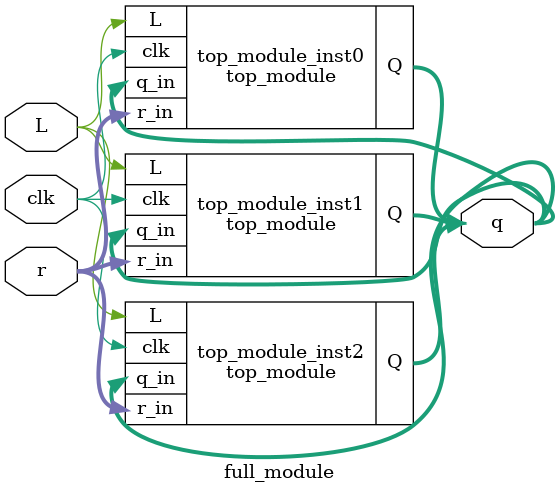
<source format=sv>
module top_module(
    input clk,
    input L,
    input [2:0] q_in,
    input [2:0] r_in,
    output reg [2:0] Q
);

    always @(posedge clk) begin
        if (L) begin
            Q <= r_in;
        end else begin
            Q <= {Q[1] ^ Q[2], Q[0], Q[2]};
        end
    end

endmodule
module full_module (
    input [2:0] r,
    input L,
    input clk,
    output reg [2:0] q
);

    top_module top_module_inst0 (
        .clk(clk),
        .L(L),
        .q_in(q),
        .r_in(r),
        .Q(q)
    );

    top_module top_module_inst1 (
        .clk(clk),
        .L(L),
        .q_in(q),
        .r_in(r),
        .Q(q)
    );

    top_module top_module_inst2 (
        .clk(clk),
        .L(L),
        .q_in(q),
        .r_in(r),
        .Q(q)
    );

endmodule

</source>
